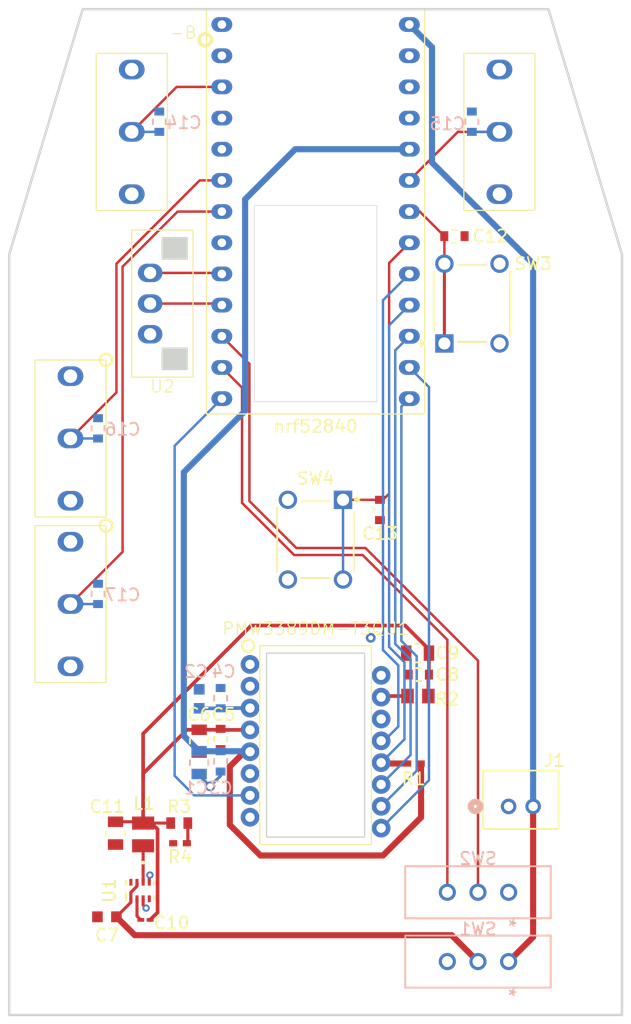
<source format=kicad_pcb>
(kicad_pcb (version 20240108) (generator "pcbnew") (generator_version "8.0")
  (layers (0 "F.Cu" signal) (31 "B.Cu" signal) (34 "B.Paste" user) (35 "F.Paste" user) (36 "B.SilkS" user "B.Silkscreen") (37 "F.SilkS" user "F.Silkscreen") (38 "B.Mask" user) (39 "F.Mask" user) (44 "Edge.Cuts" user))
  (net 0 "")
  (net 1 "VCC 3.7V")
  (net 2 "Net-(U1-FB)")
  (net 3 "GND")
  (net 7 "MISO")
  (net 12 "Net-(PMW3389DM-T3QU1-LED1_P)")
  (net 13 "VDD 3.3V")
  (net 14 "Net-(PMW3389DM-T3QU1-VDDPIX)")
  (net 15 "VDD 1.9V")
  (net 16 "Net-(U1-SW)")
  (net 17 "Net-(R3-Pad2)")
  (net 22 "SCLK")
  (net 23 "BATT 3.7V")
  (net 24 "Left")
  (net 25 "Right")
  (net 26 "Thumb_1")
  (net 27 "Thumb_2")
  (net 28 "Scroll_Button")
  (net 29 "DPI_Button")
  (net 30 "NRESET")
  (net 31 "MOSI")
  (net 32 "NCS")
  (net 33 "MOTION")
  (net 34 "Encoder_A")
  (net 35 "Encoder_B")
  (net 36 "2.4 GHz")
  (net 41 "BlueTooth")
  (footprint "RC0402FR_07100KL:RC0402N_YAG" (layer "F.Cu") (at 103.9412 118 180)
    (property "Reference" "R4" (at 0 -1.1056 0) (layer "F.SilkS"))
    (property "Value" "100k")
    (pad "1" smd rect (at -0.5588 0 180) (size 0.6604 0.508) (layers "F.Cu" "F.Paste" "F.Mask") (net 17 "Net-(R3-Pad2)"))
    (pad "2" smd rect (at 0.5588 0 180) (size 0.6604 0.508) (layers "F.Cu" "F.Paste" "F.Mask") (net 3 "GND"))
  )
  (footprint "RC1005F103CS:RES_1005_SAM" (layer "F.Cu") (at 123.0528 111.5 180)
    (property "Reference" "R1" (at 0.0528 -1.25 0) (layer "F.SilkS"))
    (property "Value" "10k")
    (pad "1" smd rect (at -0.5528 0 180) (size 0.6056 0.5) (layers "F.Cu" "F.Paste" "F.Mask") (net 13 "VDD 3.3V"))
    (pad "2" smd rect (at 0.5528 0 180) (size 0.6056 0.5) (layers "F.Cu" "F.Paste" "F.Mask") (net 7 "MISO"))
  )
  (footprint "Kailh_Switch:Kailh_Switch" (layer "F.Cu") (at 95 85)
    (property "Reference" "Kailh_Switch3" (hide yes))
    (property "Value" "Thumb1")
    (fp_rect (start -2.9 -6.4) (end 2.9 6.4) (stroke (width 0.1)) (fill none) (layer "F.SilkS"))
    (pad "1" thru_hole oval (at 0 -5.08) (size 2.1 1.6) (drill 1.1) (layers "*.Cu" "*.Mask") (net 3 "GND"))
    (pad "2" thru_hole oval (at 0 0) (size 2.1 1.6) (drill 1.1) (layers "*.Cu" "*.Mask") (net 26 "Thumb_1"))
    (pad "3" thru_hole oval (at 0 5.08) (size 2.1 1.6) (drill 1.1) (layers "*.Cu" "*.Mask"))
  )
  (footprint "1825910-6:SW4_1825910-B_TEC" (layer "F.Cu") (at 130.0106 70.75 90)
    (property "Reference" "SW3" (at 0 2.7394 0) (layer "F.SilkS"))
    (property "Value" "Scroll_Button")
    (fp_line (start -0.63764 -5.374201) (end -5.442292 -5.374201) (stroke (width 0.1524)) (layer "F.SilkS"))
    (fp_line (start -6.3742 -3.417961) (end -6.3742 -1.074702) (stroke (width 0.1524)) (layer "F.SilkS"))
    (fp_line (start -0.1258 -1.074702) (end -0.1258 -3.425299) (stroke (width 0.1524)) (layer "F.SilkS"))
    (fp_line (start -5.86236 0.874199) (end -0.63764 0.874199) (stroke (width 0.1524)) (layer "F.SilkS"))
    (fp_text user "*" (at -6.5 -6.011301 90) (layer "F.SilkS"))
    (fp_text user "*" (at -6.5 -6.011301 90) (layer "F.SilkS"))
    (pad "1" thru_hole rect (at -6.500001 -4.500001 90) (size 1.4986 1.4986) (drill 0.9906) (layers "*.Cu" "*.Mask") (net 28 "Scroll_Button"))
    (pad "2" thru_hole circle (at 0 -4.500001 90) (size 1.4986 1.4986) (drill 0.9906) (layers "*.Cu" "*.Mask") (net 28 "Scroll_Button"))
    (pad "3" thru_hole circle (at -6.500001 0 90) (size 1.4986 1.4986) (drill 0.9906) (layers "*.Cu" "*.Mask") (net 3 "GND"))
    (pad "4" thru_hole circle (at 0 0 90) (size 1.4986 1.4986) (drill 0.9906) (layers "*.Cu" "*.Mask") (net 3 "GND"))
  )
  (footprint "CL10A475KP8NNNC:CAP_0603_CL10A_1P6XP8_SAM" (layer "F.Cu") (at 97.9753 124 180)
    (property "Reference" "C7" (at 0 -1.5 0) (layer "F.SilkS"))
    (property "Value" "4.7uF")
    (pad "1" smd rect (at -0.7747 0 180) (size 0.8636 0.889) (layers "F.Cu" "F.Paste" "F.Mask") (net 1 "VCC 3.7V"))
    (pad "2" smd rect (at 0.7747 0 180) (size 0.8636 0.889) (layers "F.Cu" "F.Paste" "F.Mask") (net 3 "GND"))
  )
  (footprint "CL21A106KOQNNNE:CAP_CL21_SAM" (layer "F.Cu") (at 105.5 109.6778 -90)
    (property "Reference" "C6" (at -2.1778 0 0) (layer "F.SilkS"))
    (property "Value" "10uF")
    (fp_line (start -0.19245 0.752) (end 0.19245 0.752) (stroke (width 0.1524)) (layer "F.SilkS"))
    (fp_line (start 0.19245 -0.752) (end -0.19245 -0.752) (stroke (width 0.1524)) (layer "F.SilkS"))
    (pad "1" smd rect (at -0.9278 0 270) (size 0.8556 1.25) (layers "F.Cu" "F.Paste" "F.Mask") (net 15 "VDD 1.9V"))
    (pad "2" smd rect (at 0.9278 0 270) (size 0.8556 1.25) (layers "F.Cu" "F.Paste" "F.Mask") (net 3 "GND"))
  )
  (footprint "CL10B104KB8NNNC:CAP_CL10_SAM" (layer "F.Cu") (at 123.4222 104.25 180)
    (property "Reference" "C8" (at -2.3278 0 0) (layer "F.SilkS"))
    (property "Value" "0.1uF")
    (fp_line (start 0.19245 -0.527) (end -0.19245 -0.527) (stroke (width 0.1524)) (layer "F.SilkS"))
    (fp_line (start -0.19245 0.527) (end 0.19245 0.527) (stroke (width 0.1524)) (layer "F.SilkS"))
    (pad "1" smd rect (at -0.8278 0 180) (size 0.6556 0.8) (layers "F.Cu" "F.Paste" "F.Mask") (net 15 "VDD 1.9V"))
    (pad "2" smd rect (at 0.8278 0 180) (size 0.6556 0.8) (layers "F.Cu" "F.Paste" "F.Mask") (net 3 "GND"))
  )
  (footprint "CL10B104KB8NNNC:CAP_CL10_SAM" (layer "F.Cu") (at 120.25 90.8278 -90)
    (property "Reference" "C13" (at 1.9222 0 0) (layer "F.SilkS"))
    (property "Value" "0.1uF")
    (fp_line (start -0.19245 0.527) (end 0.19245 0.527) (stroke (width 0.1524)) (layer "F.SilkS"))
    (fp_line (start 0.19245 -0.527) (end -0.19245 -0.527) (stroke (width 0.1524)) (layer "F.SilkS"))
    (pad "1" smd rect (at -0.8278 0 270) (size 0.6556 0.8) (layers "F.Cu" "F.Paste" "F.Mask") (net 29 "DPI_Button"))
    (pad "2" smd rect (at 0.8278 0 270) (size 0.6556 0.8) (layers "F.Cu" "F.Paste" "F.Mask") (net 3 "GND"))
  )
  (footprint "B2B-PH-K-S:CONN2_B2B-PH-K-S_JST" (layer "F.Cu") (at 130.749999 115 180)
    (property "Reference" "J1" (at -3.750001 3.75 0) (layer "F.SilkS"))
    (property "Value" "B2B-PH-K-S")
    (fp_circle (center 2.7084 0) (end 3.0894 0) (stroke (width 0.508)) (fill none) (layer "B.SilkS"))
    (fp_line (start 2.0734 2.922801) (end 2.0734 -1.827) (stroke (width 0.1524)) (layer "F.SilkS"))
    (fp_line (start 2.0734 -1.827) (end -4.0734 -1.827) (stroke (width 0.1524)) (layer "F.SilkS"))
    (fp_line (start -4.0734 2.922801) (end 2.0734 2.922801) (stroke (width 0.1524)) (layer "F.SilkS"))
    (fp_line (start -4.0734 -1.827) (end -4.0734 2.922801) (stroke (width 0.1524)) (layer "F.SilkS"))
    (fp_circle (center 2.7084 0) (end 3.0894 0) (stroke (width 0.508)) (fill none) (layer "F.SilkS"))
    (pad "1" thru_hole circle (at 0 0 180) (size 1.27 1.27) (drill 0.762) (layers "*.Cu" "*.Mask") (net 3 "GND"))
    (pad "2" thru_hole circle (at -2.000001 0 180) (size 1.27 1.27) (drill 0.762) (layers "*.Cu" "*.Mask") (net 23 "BATT 3.7V"))
  )
  (footprint "TTC_Gold_Encoder:TTC_Gold_Encoder" (layer "F.Cu") (at 101.5 74 -90)
    (property "Reference" "U2" (at 6.75 -1 0) (layer "F.SilkS") (effects (font (thickness 0.1))))
    (property "Value" "TTC_Gold_Encoder")
    (fp_rect (start -6 -3.5) (end 6 1.5) (stroke (width 0.1)) (fill none) (layer "F.SilkS"))
    (fp_rect (start -5.4 -3.05) (end -3.6 -0.95) (stroke (width 0.05)) (fill solid) (layer "Edge.Cuts"))
    (fp_rect (start 5.4 -3.05) (end 3.6 -0.95) (stroke (width 0.05)) (fill solid) (layer "Edge.Cuts"))
    (pad "1" thru_hole oval (at -2.5 0 270) (size 1.5 2) (drill 1) (layers "*.Cu" "*.Mask") (net 34 "Encoder_A"))
    (pad "2" thru_hole oval (at 0 0 270) (size 1.5 2) (drill 1) (layers "*.Cu" "*.Mask") (net 35 "Encoder_B"))
    (pad "3" thru_hole oval (at 2.5 0 270) (size 1.5 2) (drill 1) (layers "*.Cu" "*.Mask") (net 3 "GND"))
  )
  (footprint "nrf52840_promicro:nrf52840_promicro" (layer "F.Cu") (at 115 66.5)
    (property "Reference" "NRF52840_ProMicro1")
    (property "Value" "nrf52840" (at 0 17.5 0) (layer "F.SilkS"))
    (fp_line (start -8.9 -16.5) (end -8.9 16.5) (stroke (width 0.1)) (layer "F.SilkS"))
    (fp_line (start -8.9 -16.5) (end 8.9 -16.5) (stroke (width 0.1)) (layer "F.SilkS"))
    (fp_line (start -8.9 16.5) (end 8.9 16.5) (stroke (width 0.1)) (layer "F.SilkS"))
    (fp_line (start 8.9 -16.5) (end 8.9 16.5) (stroke (width 0.1)) (layer "F.SilkS"))
    (fp_circle (center -9 -14) (end -9.5 -14) (stroke (width 0.3)) (fill none) (layer "F.SilkS"))
    (fp_text user "-B" (at -12 -14 0) (layer "F.SilkS") (effects (font (thickness 0.1)) (justify left bottom)))
    (pad "1" thru_hole oval (at -7.65 -15.25) (size 1.7 1.2) (drill 0.7) (layers "*.Cu" "*.Mask") (net 3 "GND"))
    (pad "2" thru_hole oval (at -7.65 -12.708334) (size 1.7 1.2) (drill 0.7) (layers "*.Cu" "*.Mask"))
    (pad "3" thru_hole oval (at -7.65 -10.166668) (size 1.7 1.2) (drill 0.7) (layers "*.Cu" "*.Mask") (net 24 "Left"))
    (pad "4" thru_hole oval (at -7.65 -7.625002) (size 1.7 1.2) (drill 0.7) (layers "*.Cu" "*.Mask"))
    (pad "5" thru_hole oval (at -7.65 -5.083336) (size 1.7 1.2) (drill 0.7) (layers "*.Cu" "*.Mask"))
    (pad "6" thru_hole oval (at -7.65 -2.54167) (size 1.7 1.2) (drill 0.7) (layers "*.Cu" "*.Mask") (net 26 "Thumb_1"))
    (pad "7" thru_hole oval (at -7.65 -0.000004) (size 1.7 1.2) (drill 0.7) (layers "*.Cu" "*.Mask") (net 27 "Thumb_2"))
    (pad "8" thru_hole oval (at -7.65 2.541662) (size 1.7 1.2) (drill 0.7) (layers "*.Cu" "*.Mask"))
    (pad "9" thru_hole oval (at -7.65 5.083328) (size 1.7 1.2) (drill 0.7) (layers "*.Cu" "*.Mask") (net 34 "Encoder_A"))
    (pad "10" thru_hole oval (at -7.65 7.624994) (size 1.7 1.2) (drill 0.7) (layers "*.Cu" "*.Mask") (net 35 "Encoder_B"))
    (pad "11" thru_hole oval (at -7.65 10.16666) (size 1.7 1.2) (drill 0.7) (layers "*.Cu" "*.Mask") (net 36 "2.4 GHz"))
    (pad "12" thru_hole oval (at -7.65 12.708326) (size 1.7 1.2) (drill 0.7) (layers "*.Cu" "*.Mask") (net 41 "BlueTooth"))
    (pad "13" thru_hole oval (at -7.65 15.25) (size 1.7 1.2) (drill 0.7) (layers "*.Cu" "*.Mask") (net 30 "NRESET"))
    (pad "14" thru_hole oval (at 7.65 15.25) (size 1.7 1.2) (drill 0.7) (layers "*.Cu" "*.Mask") (net 22 "SCLK"))
    (pad "15" thru_hole oval (at 7.65 12.708326) (size 1.7 1.2) (drill 0.7) (layers "*.Cu" "*.Mask") (net 33 "MOTION"))
    (pad "16" thru_hole oval (at 7.65 10.16666) (size 1.7 1.2) (drill 0.7) (layers "*.Cu" "*.Mask") (net 31 "MOSI"))
    (pad "17" thru_hole oval (at 7.65 7.624994) (size 1.7 1.2) (drill 0.7) (layers "*.Cu" "*.Mask") (net 7 "MISO"))
    (pad "18" thru_hole oval (at 7.65 5.083328) (size 1.7 1.2) (drill 0.7) (layers "*.Cu" "*.Mask") (net 32 "NCS"))
    (pad "19" thru_hole oval (at 7.65 2.541662) (size 1.7 1.2) (drill 0.7) (layers "*.Cu" "*.Mask") (net 29 "DPI_Button"))
    (pad "20" thru_hole oval (at 7.65 -0.000004) (size 1.7 1.2) (drill 0.7) (layers "*.Cu" "*.Mask") (net 28 "Scroll_Button"))
    (pad "21" thru_hole oval (at 7.65 -2.54167) (size 1.7 1.2) (drill 0.7) (layers "*.Cu" "*.Mask") (net 25 "Right"))
    (pad "22" thru_hole oval (at 7.65 -5.083336) (size 1.7 1.2) (drill 0.7) (layers "*.Cu" "*.Mask") (net 13 "VDD 3.3V"))
    (pad "23" thru_hole oval (at 7.65 -7.625002) (size 1.7 1.2) (drill 0.7) (layers "*.Cu" "*.Mask"))
    (pad "24" thru_hole oval (at 7.65 -10.166668) (size 1.7 1.2) (drill 0.7) (layers "*.Cu" "*.Mask") (net 3 "GND"))
    (pad "25" thru_hole oval (at 7.65 -12.708334) (size 1.7 1.2) (drill 0.7) (layers "*.Cu" "*.Mask"))
    (pad "26" thru_hole oval (at 7.65 -15.25) (size 1.7 1.2) (drill 0.7) (layers "*.Cu" "*.Mask") (net 23 "BATT 3.7V"))
  )
  (footprint "pmw3389dm-t3qu:pmw3389dm-t3qu" (layer "F.Cu") (at 115 110)
    (property "Reference" "PMW3389DM-T3QU1" (at 0 -9.5 0) (layer "F.SilkS") (effects (font (thickness 0.1))))
    (property "Value" "pmw3389")
    (fp_rect (start -4.55 -8.1) (end 4.55 8.1) (stroke (width 0.1)) (fill none) (layer "F.SilkS"))
    (fp_circle (center -5.5 -8.1) (end -6 -8.1) (stroke (width 0.2)) (fill none) (layer "F.SilkS"))
    (fp_rect (start -4 -7.5) (end 4 7.5) (stroke (width 0.1)) (fill none) (layer "Edge.Cuts"))
    (pad "1" thru_hole circle (at -5.35 -6.58) (size 1.524 1.524) (drill 0.762) (layers "*.Cu" "*.Mask"))
    (pad "2" thru_hole circle (at -5.35 -4.8) (size 1.524 1.524) (drill 0.762) (layers "*.Cu" "*.Mask"))
    (pad "3" thru_hole circle (at -5.35 -3.02) (size 1.524 1.524) (drill 0.762) (layers "*.Cu" "*.Mask") (net 14 "Net-(PMW3389DM-T3QU1-VDDPIX)"))
    (pad "4" thru_hole circle (at -5.35 -1.24) (size 1.524 1.524) (drill 0.762) (layers "*.Cu" "*.Mask") (net 15 "VDD 1.9V"))
    (pad "5" thru_hole circle (at -5.35 0.54) (size 1.524 1.524) (drill 0.762) (layers "*.Cu" "*.Mask") (net 13 "VDD 3.3V"))
    (pad "6" thru_hole circle (at -5.35 2.32) (size 1.524 1.524) (drill 0.762) (layers "*.Cu" "*.Mask"))
    (pad "7" thru_hole circle (at -5.35 4.1) (size 1.524 1.524) (drill 0.762) (layers "*.Cu" "*.Mask") (net 30 "NRESET"))
    (pad "8" thru_hole circle (at -5.35 5.88) (size 1.524 1.524) (drill 0.762) (layers "*.Cu" "*.Mask") (net 3 "GND"))
    (pad "9" thru_hole circle (at 5.35 6.77) (size 1.524 1.524) (drill 0.762) (layers "*.Cu" "*.Mask") (net 33 "MOTION"))
    (pad "10" thru_hole circle (at 5.35 4.99) (size 1.524 1.524) (drill 0.762) (layers "*.Cu" "*.Mask") (net 22 "SCLK"))
    (pad "11" thru_hole circle (at 5.35 3.21) (size 1.524 1.524) (drill 0.762) (layers "*.Cu" "*.Mask") (net 31 "MOSI"))
    (pad "12" thru_hole circle (at 5.35 1.43) (size 1.524 1.524) (drill 0.762) (layers "*.Cu" "*.Mask") (net 7 "MISO"))
    (pad "13" thru_hole circle (at 5.35 -0.35) (size 1.524 1.524) (drill 0.762) (layers "*.Cu" "*.Mask") (net 32 "NCS"))
    (pad "14" thru_hole circle (at 5.35 -2.13) (size 1.524 1.524) (drill 0.762) (layers "*.Cu" "*.Mask"))
    (pad "15" thru_hole circle (at 5.35 -3.91) (size 1.524 1.524) (drill 0.762) (layers "*.Cu" "*.Mask") (net 12 "Net-(PMW3389DM-T3QU1-LED1_P)"))
    (pad "16" thru_hole circle (at 5.35 -5.69) (size 1.524 1.524) (drill 0.762) (layers "*.Cu" "*.Mask"))
  )
  (footprint "CL10B104KB8NNNC:CAP_CL10_SAM" (layer "F.Cu") (at 126.3278 68.5)
    (property "Reference" "C12" (at 2.9222 0 0) (layer "F.SilkS"))
    (property "Value" "0.1uF")
    (fp_line (start -0.19245 0.527) (end 0.19245 0.527) (stroke (width 0.1524)) (layer "F.SilkS"))
    (fp_line (start 0.19245 -0.527) (end -0.19245 -0.527) (stroke (width 0.1524)) (layer "F.SilkS"))
    (pad "1" smd rect (at -0.8278 0) (size 0.6556 0.8) (layers "F.Cu" "F.Paste" "F.Mask") (net 28 "Scroll_Button"))
    (pad "2" smd rect (at 0.8278 0) (size 0.6556 0.8) (layers "F.Cu" "F.Paste" "F.Mask") (net 3 "GND"))
  )
  (footprint "CL10B104KB8NNNC:CAP_CL10_SAM" (layer "F.Cu") (at 107.25 109.5 -90)
    (property "Reference" "C5" (at -2 -0.25 0) (layer "F.SilkS"))
    (property "Value" "0.1uF")
    (fp_line (start -0.19245 0.527) (end 0.19245 0.527) (stroke (width 0.1524)) (layer "F.SilkS"))
    (fp_line (start 0.19245 -0.527) (end -0.19245 -0.527) (stroke (width 0.1524)) (layer "F.SilkS"))
    (pad "1" smd rect (at -0.8278 0 270) (size 0.6556 0.8) (layers "F.Cu" "F.Paste" "F.Mask") (net 15 "VDD 1.9V"))
    (pad "2" smd rect (at 0.8278 0 270) (size 0.6556 0.8) (layers "F.Cu" "F.Paste" "F.Mask") (net 3 "GND"))
  )
  (footprint "GRM0335C1H121JA01D:G-033_MUR" (layer "F.Cu") (at 101.119 124.25 180)
    (property "Reference" "C10" (at -2.131 -0.25 0) (layer "F.SilkS"))
    (property "Value" "120pF")
    (pad "1" smd rect (at -0.381 0 180) (size 0.5588 0.3048) (layers "F.Cu" "F.Paste" "F.Mask") (net 15 "VDD 1.9V"))
    (pad "2" smd rect (at 0.381 0 180) (size 0.5588 0.3048) (layers "F.Cu" "F.Paste" "F.Mask") (net 2 "Net-(U1-FB)"))
  )
  (footprint "Kailh_Switch:Kailh_Switch" (layer "F.Cu") (at 130 60)
    (property "Reference" "Kailh_Switch2" (hide yes))
    (property "Value" "Right")
    (fp_rect (start -2.9 -6.4) (end 2.9 6.4) (stroke (width 0.1)) (fill none) (layer "F.SilkS"))
    (pad "1" thru_hole oval (at 0 -5.08) (size 2.1 1.6) (drill 1.1) (layers "*.Cu" "*.Mask") (net 3 "GND"))
    (pad "2" thru_hole oval (at 0 0) (size 2.1 1.6) (drill 1.1) (layers "*.Cu" "*.Mask") (net 25 "Right"))
    (pad "3" thru_hole oval (at 0 5.08) (size 2.1 1.6) (drill 1.1) (layers "*.Cu" "*.Mask"))
  )
  (footprint "TPS62821DLCR:TPS62821DLCR" (layer "F.Cu") (at 100.6778 121.8556 90)
    (property "Reference" "U1" (at 0 -2.5 90) (layer "F.SilkS"))
    (property "Value" "DLC0008A")
    (fp_line (start 0.499999 -1.15) (end 0.750001 -1.15) (stroke (width 0.2)) (layer "F.SilkS"))
    (fp_line (start -0.750001 -1.15) (end -0.25 -1.15) (stroke (width 0.2)) (layer "F.SilkS"))
    (fp_line (start 0.499999 1.15) (end 0.750001 1.15) (stroke (width 0.2)) (layer "F.SilkS"))
    (fp_line (start -0.725 1.15) (end -0.475 1.15) (stroke (width 0.2)) (layer "F.SilkS"))
    (pad "1" smd rect (at -0.675 -0.750001 90) (size 0.549999 0.249999) (layers "F.Cu" "F.Paste" "F.Mask") (net 1 "VCC 3.7V"))
    (pad "2" smd rect (at -0.675 -0.250002 90) (size 0.549999 0.249999) (layers "F.Cu" "F.Paste" "F.Mask") (net 2 "Net-(U1-FB)"))
    (pad "3" smd rect (at -0.675 0.25 90) (size 0.549999 0.249999) (layers "F.Cu" "F.Paste" "F.Mask") (net 3 "GND"))
    (pad "4" smd rect (at -0.675 0.749998 90) (size 0.549999 0.249999) (layers "F.Cu" "F.Paste" "F.Mask"))
    (pad "5" smd rect (at 0.675 0.749998 90) (size 0.549999 0.249999) (layers "F.Cu" "F.Paste" "F.Mask") (net 3 "GND"))
    (pad "6" smd rect (at 0.675 0.25 90) (size 0.549999 0.249999) (layers "F.Cu" "F.Paste" "F.Mask") (net 16 "Net-(U1-SW)"))
    (pad "7" smd rect (at 0.675 -0.250002 90) (size 0.549999 0.249999) (layers "F.Cu" "F.Paste" "F.Mask") (net 1 "VCC 3.7V"))
    (pad "8" smd rect (at 0.675 -0.750001 90) (size 0.549999 0.249999) (layers "F.Cu" "F.Paste" "F.Mask"))
  )
  (footprint "CIGT201610EHR47MNE:RES_CIGT201610" (layer "F.Cu") (at 100.9278 117.2827 90)
    (property "Reference" "L1" (at 2.5327 0.0722 0) (layer "F.SilkS"))
    (property "Value" "470nH")
    (fp_circle (center -2.2987 0) (end -2.2225 0) (stroke (width 0.1524)) (fill none) (layer "F.SilkS"))
    (pad "1" smd rect (at -0.9271 0 90) (size 1.0668 1.8034) (layers "F.Cu" "F.Paste" "F.Mask") (net 16 "Net-(U1-SW)"))
    (pad "2" smd rect (at 0.9271 0 90) (size 1.0668 1.8034) (layers "F.Cu" "F.Paste" "F.Mask") (net 15 "VDD 1.9V"))
  )
  (footprint "Kailh_Switch:Kailh_Switch" (layer "F.Cu") (at 100 60)
    (property "Reference" "Kailh_Switch1" (hide yes))
    (property "Value" "Left")
    (fp_rect (start -2.9 -6.4) (end 2.9 6.4) (stroke (width 0.1)) (fill none) (layer "F.SilkS"))
    (pad "1" thru_hole oval (at 0 -5.08) (size 2.1 1.6) (drill 1.1) (layers "*.Cu" "*.Mask") (net 3 "GND"))
    (pad "2" thru_hole oval (at 0 0) (size 2.1 1.6) (drill 1.1) (layers "*.Cu" "*.Mask") (net 24 "Left"))
    (pad "3" thru_hole oval (at 0 5.08) (size 2.1 1.6) (drill 1.1) (layers "*.Cu" "*.Mask"))
  )
  (footprint "CL21A106KOQNNNE:CAP_CL21_SAM" (layer "F.Cu") (at 98.6778 117.1778 -90)
    (property "Reference" "C11" (at -2.1778 0.6778 0) (layer "F.SilkS"))
    (property "Value" "10uF")
    (fp_line (start -0.19245 0.752) (end 0.19245 0.752) (stroke (width 0.1524)) (layer "F.SilkS"))
    (fp_line (start 0.19245 -0.752) (end -0.19245 -0.752) (stroke (width 0.1524)) (layer "F.SilkS"))
    (pad "1" smd rect (at -0.9278 0 270) (size 0.8556 1.25) (layers "F.Cu" "F.Paste" "F.Mask") (net 15 "VDD 1.9V"))
    (pad "2" smd rect (at 0.9278 0 270) (size 0.8556 1.25) (layers "F.Cu" "F.Paste" "F.Mask") (net 3 "GND"))
  )
  (footprint "CL21A106KOQNNNE:CAP_CL21_SAM" (layer "F.Cu") (at 123.3222 102.5 180)
    (property "Reference" "C9" (at -2.4278 0 0) (layer "F.SilkS"))
    (property "Value" "10uF")
    (fp_line (start 0.19245 -0.752) (end -0.19245 -0.752) (stroke (width 0.1524)) (layer "F.SilkS"))
    (fp_line (start -0.19245 0.752) (end 0.19245 0.752) (stroke (width 0.1524)) (layer "F.SilkS"))
    (pad "1" smd rect (at -0.9278 0 180) (size 0.8556 1.25) (layers "F.Cu" "F.Paste" "F.Mask") (net 15 "VDD 1.9V"))
    (pad "2" smd rect (at 0.9278 0 180) (size 0.8556 1.25) (layers "F.Cu" "F.Paste" "F.Mask") (net 3 "GND"))
  )
  (footprint "Kailh_Switch:Kailh_Switch" (layer "F.Cu") (at 95 98.5)
    (property "Reference" "Kailh_Switch4" (hide yes))
    (property "Value" "Thumb2")
    (fp_rect (start -2.9 -6.4) (end 2.9 6.4) (stroke (width 0.1)) (fill none) (layer "F.SilkS"))
    (pad "1" thru_hole oval (at 0 -5.08) (size 2.1 1.6) (drill 1.1) (layers "*.Cu" "*.Mask") (net 3 "GND"))
    (pad "2" thru_hole oval (at 0 0) (size 2.1 1.6) (drill 1.1) (layers "*.Cu" "*.Mask") (net 27 "Thumb_2"))
    (pad "3" thru_hole oval (at 0 5.08) (size 2.1 1.6) (drill 1.1) (layers "*.Cu" "*.Mask"))
  )
  (footprint "RMCF0603FT220K:STA_RMCF0603_STP" (layer "F.Cu") (at 103.8763 116.3556)
    (property "Reference" "R3" (at 0 -1.3556 0) (layer "F.SilkS"))
    (property "Value" "220k")
    (pad "1" smd rect (at -0.6985 0) (size 0.7112 0.9398) (layers "F.Cu" "F.Paste" "F.Mask") (net 15 "VDD 1.9V"))
    (pad "2" smd rect (at 0.6985 0) (size 0.7112 0.9398) (layers "F.Cu" "F.Paste" "F.Mask") (net 17 "Net-(R3-Pad2)"))
  )
  (footprint "RC0805FR_0713RL:RC0805N_YAG" (layer "F.Cu") (at 123.3509 106 180)
    (property "Reference" "R2" (at -2.3991 -0.25 0) (layer "F.SilkS"))
    (property "Value" "13")
    (pad "1" smd rect (at -0.8509 0 180) (size 1.016 1.1938) (layers "F.Cu" "F.Paste" "F.Mask") (net 15 "VDD 1.9V"))
    (pad "2" smd rect (at 0.8509 0 180) (size 1.016 1.1938) (layers "F.Cu" "F.Paste" "F.Mask") (net 12 "Net-(PMW3389DM-T3QU1-LED1_P)"))
  )
  (footprint "1825910-6:SW4_1825910-B_TEC" (layer "F.Cu") (at 112.7394 96.5 -90)
    (property "Reference" "SW4" (at -8.25 -2.2606 0) (layer "F.SilkS"))
    (property "Value" "DPI_Button")
    (fp_line (start -5.86236 0.874199) (end -0.63764 0.874199) (stroke (width 0.1524)) (layer "F.SilkS"))
    (fp_line (start -0.1258 -1.074702) (end -0.1258 -3.425299) (stroke (width 0.1524)) (layer "F.SilkS"))
    (fp_line (start -6.3742 -3.417961) (end -6.3742 -1.074702) (stroke (width 0.1524)) (layer "F.SilkS"))
    (fp_line (start -0.63764 -5.374201) (end -5.442292 -5.374201) (stroke (width 0.1524)) (layer "F.SilkS"))
    (fp_text user "*" (at -6.5 -6.011301 -90) (layer "F.SilkS"))
    (fp_text user "*" (at -6.5 -6.011301 -90) (layer "F.SilkS"))
    (pad "1" thru_hole rect (at -6.500001 -4.500001 270) (size 1.4986 1.4986) (drill 0.9906) (layers "*.Cu" "*.Mask") (net 29 "DPI_Button"))
    (pad "2" thru_hole circle (at 0 -4.500001 270) (size 1.4986 1.4986) (drill 0.9906) (layers "*.Cu" "*.Mask") (net 29 "DPI_Button"))
    (pad "3" thru_hole circle (at -6.500001 0 270) (size 1.4986 1.4986) (drill 0.9906) (layers "*.Cu" "*.Mask") (net 3 "GND"))
    (pad "4" thru_hole circle (at 0 0 270) (size 1.4986 1.4986) (drill 0.9906) (layers "*.Cu" "*.Mask") (net 3 "GND"))
  )
  (footprint "CL10B104KB8NNNC:CAP_CL10_SAM" (layer "B.Cu") (at 97.25 84.1722 90)
    (property "Reference" "C16" (at -0.0778 2 0) (layer "B.SilkS") (effects (justify mirror)))
    (property "Value" "0.1uF")
    (fp_line (start 0.19245 -0.527) (end -0.19245 -0.527) (stroke (width 0.1524)) (layer "B.SilkS"))
    (fp_line (start -0.19245 0.527) (end 0.19245 0.527) (stroke (width 0.1524)) (layer "B.SilkS"))
    (pad "1" smd rect (at -0.8278 0 90) (size 0.6556 0.8) (layers "B.Cu" "B.Paste" "B.Mask") (net 26 "Thumb_1"))
    (pad "2" smd rect (at 0.8278 0 90) (size 0.6556 0.8) (layers "B.Cu" "B.Paste" "B.Mask") (net 3 "GND"))
  )
  (footprint "CL10B104KB8NNNC:CAP_CL10_SAM" (layer "B.Cu") (at 127.75 59.1722 90)
    (property "Reference" "C15" (at -0.1722 -2 0) (layer "B.SilkS") (effects (justify mirror)))
    (property "Value" "0.1uF")
    (fp_line (start 0.19245 -0.527) (end -0.19245 -0.527) (stroke (width 0.1524)) (layer "B.SilkS"))
    (fp_line (start -0.19245 0.527) (end 0.19245 0.527) (stroke (width 0.1524)) (layer "B.SilkS"))
    (pad "1" smd rect (at -0.8278 0 90) (size 0.6556 0.8) (layers "B.Cu" "B.Paste" "B.Mask") (net 25 "Right"))
    (pad "2" smd rect (at 0.8278 0 90) (size 0.6556 0.8) (layers "B.Cu" "B.Paste" "B.Mask") (net 3 "GND"))
  )
  (footprint "CL10B104KB8NNNC:CAP_CL10_SAM" (layer "B.Cu") (at 107.25 111.3278 -90)
    (property "Reference" "C3" (at 2.1722 0 0) (layer "B.SilkS") (effects (justify mirror)))
    (property "Value" "0.1uF")
    (fp_line (start -0.19245 0.527) (end 0.19245 0.527) (stroke (width 0.1524)) (layer "B.SilkS"))
    (fp_line (start 0.19245 -0.527) (end -0.19245 -0.527) (stroke (width 0.1524)) (layer "B.SilkS"))
    (pad "1" smd rect (at -0.8278 0 270) (size 0.6556 0.8) (layers "B.Cu" "B.Paste" "B.Mask") (net 13 "VDD 3.3V"))
    (pad "2" smd rect (at 0.8278 0 270) (size 0.6556 0.8) (layers "B.Cu" "B.Paste" "B.Mask") (net 3 "GND"))
  )
  (footprint "EG1218:SW_1218_EWI" (layer "B.Cu") (at 128.25 122 90)
    (property "Reference" "SW2" (at 2.75 0 0) (layer "B.SilkS") (effects (justify mirror)))
    (property "Value" "Signal")
    (fp_line (start 2.1209 -5.9309) (end -2.1209 -5.9309) (stroke (width 0.1524)) (layer "B.SilkS"))
    (fp_line (start -2.1209 -5.9309) (end -2.1209 5.9309) (stroke (width 0.1524)) (layer "B.SilkS"))
    (fp_line (start 2.1209 5.9309) (end 2.1209 -5.9309) (stroke (width 0.1524)) (layer "B.SilkS"))
    (fp_line (start -2.1209 5.9309) (end 2.1209 5.9309) (stroke (width 0.1524)) (layer "B.SilkS"))
    (fp_text user "*" (at -2.5019 2.5 -90) (layer "B.SilkS") (effects (justify mirror)))
    (fp_text user "*" (at -2.5019 2.5 -90) (layer "B.SilkS") (effects (justify mirror)))
    (pad "1" thru_hole circle (at 0 2.5 90) (size 1.397 1.397) (drill 0.889) (layers "*.Cu" "*.Mask") (net 3 "GND"))
    (pad "2" thru_hole circle (at 0 0 90) (size 1.397 1.397) (drill 0.889) (layers "*.Cu" "*.Mask") (net 36 "2.4 GHz"))
    (pad "3" thru_hole circle (at 0 -2.5 90) (size 1.397 1.397) (drill 0.889) (layers "*.Cu" "*.Mask") (net 41 "BlueTooth"))
  )
  (footprint "CL10B104KB8NNNC:CAP_CL10_SAM" (layer "B.Cu") (at 97.25 97.6722 90)
    (property "Reference" "C17" (at -0.0778 2 0) (layer "B.SilkS") (effects (justify mirror)))
    (property "Value" "0.1uF")
    (fp_line (start 0.19245 -0.527) (end -0.19245 -0.527) (stroke (width 0.1524)) (layer "B.SilkS"))
    (fp_line (start -0.19245 0.527) (end 0.19245 0.527) (stroke (width 0.1524)) (layer "B.SilkS"))
    (pad "1" smd rect (at -0.8278 0 90) (size 0.6556 0.8) (layers "B.Cu" "B.Paste" "B.Mask") (net 27 "Thumb_2"))
    (pad "2" smd rect (at 0.8278 0 90) (size 0.6556 0.8) (layers "B.Cu" "B.Paste" "B.Mask") (net 3 "GND"))
  )
  (footprint "CL21A106KOQNNNE:CAP_CL21_SAM" (layer "B.Cu") (at 105.5 111.4278 -90)
    (property "Reference" "C1" (at 2.0722 0.25 0) (layer "B.SilkS") (effects (justify mirror)))
    (property "Value" "10uF")
    (fp_line (start -0.19245 0.752) (end 0.19245 0.752) (stroke (width 0.1524)) (layer "B.SilkS"))
    (fp_line (start 0.19245 -0.752) (end -0.19245 -0.752) (stroke (width 0.1524)) (layer "B.SilkS"))
    (pad "1" smd rect (at -0.9278 0 270) (size 0.8556 1.25) (layers "B.Cu" "B.Paste" "B.Mask") (net 13 "VDD 3.3V"))
    (pad "2" smd rect (at 0.9278 0 270) (size 0.8556 1.25) (layers "B.Cu" "B.Paste" "B.Mask") (net 3 "GND"))
  )
  (footprint "CL10A475KP8NNNC:CAP_0603_CL10A_1P6XP8_SAM" (layer "B.Cu") (at 105.5 106.2253 90)
    (property "Reference" "C2" (at 2.2253 -0.25 0) (layer "B.SilkS") (effects (justify mirror)))
    (property "Value" "4.7uF/10V")
    (pad "1" smd rect (at -0.7747 0 90) (size 0.8636 0.889) (layers "B.Cu" "B.Paste" "B.Mask") (net 14 "Net-(PMW3389DM-T3QU1-VDDPIX)"))
    (pad "2" smd rect (at 0.7747 0 90) (size 0.8636 0.889) (layers "B.Cu" "B.Paste" "B.Mask") (net 3 "GND"))
  )
  (footprint "CL10B104KB8NNNC:CAP_CL10_SAM" (layer "B.Cu") (at 102.25 59.1722 90)
    (property "Reference" "C14" (at -0.0778 2 0) (layer "B.SilkS") (effects (justify mirror)))
    (property "Value" "0.1uF")
    (fp_line (start 0.19245 -0.527) (end -0.19245 -0.527) (stroke (width 0.1524)) (layer "B.SilkS"))
    (fp_line (start -0.19245 0.527) (end 0.19245 0.527) (stroke (width 0.1524)) (layer "B.SilkS"))
    (pad "1" smd rect (at -0.8278 0 90) (size 0.6556 0.8) (layers "B.Cu" "B.Paste" "B.Mask") (net 24 "Left"))
    (pad "2" smd rect (at 0.8278 0 90) (size 0.6556 0.8) (layers "B.Cu" "B.Paste" "B.Mask") (net 3 "GND"))
  )
  (footprint "EG1218:SW_1218_EWI" (layer "B.Cu") (at 128.25 127.6482 90)
    (property "Reference" "SW1" (at 2.6482 0 0) (layer "B.SilkS") (effects (justify mirror)))
    (property "Value" "Power")
    (fp_line (start 2.1209 -5.9309) (end -2.1209 -5.9309) (stroke (width 0.1524)) (layer "B.SilkS"))
    (fp_line (start -2.1209 -5.9309) (end -2.1209 5.9309) (stroke (width 0.1524)) (layer "B.SilkS"))
    (fp_line (start 2.1209 5.9309) (end 2.1209 -5.9309) (stroke (width 0.1524)) (layer "B.SilkS"))
    (fp_line (start -2.1209 5.9309) (end 2.1209 5.9309) (stroke (width 0.1524)) (layer "B.SilkS"))
    (fp_text user "*" (at -2.5019 2.5 -90) (layer "B.SilkS") (effects (justify mirror)))
    (fp_text user "*" (at -2.5019 2.5 -90) (layer "B.SilkS") (effects (justify mirror)))
    (pad "1" thru_hole circle (at 0 2.5 90) (size 1.397 1.397) (drill 0.889) (layers "*.Cu" "*.Mask") (net 23 "BATT 3.7V"))
    (pad "2" thru_hole circle (at 0 0 90) (size 1.397 1.397) (drill 0.889) (layers "*.Cu" "*.Mask") (net 1 "VCC 3.7V"))
    (pad "3" thru_hole circle (at 0 -2.5 90) (size 1.397 1.397) (drill 0.889) (layers "*.Cu" "*.Mask"))
  )
  (footprint "CL10B104KB8NNNC:CAP_CL10_SAM" (layer "B.Cu") (at 107.25 106.1722 90)
    (property "Reference" "C4" (at 2.1722 0.25 0) (layer "B.SilkS") (effects (justify mirror)))
    (property "Value" "0.1uF")
    (fp_line (start 0.19245 -0.527) (end -0.19245 -0.527) (stroke (width 0.1524)) (layer "B.SilkS"))
    (fp_line (start -0.19245 0.527) (end 0.19245 0.527) (stroke (width 0.1524)) (layer "B.SilkS"))
    (pad "1" smd rect (at -0.8278 0 90) (size 0.6556 0.8) (layers "B.Cu" "B.Paste" "B.Mask") (net 14 "Net-(PMW3389DM-T3QU1-VDDPIX)"))
    (pad "2" smd rect (at 0.8278 0 90) (size 0.6556 0.8) (layers "B.Cu" "B.Paste" "B.Mask") (net 3 "GND"))
  )
  (gr_circle (center 97.9 92.1) (end 98.4 92.1) (stroke (width 0.2)) (fill none) (layer "F.SilkS"))
  (gr_circle (center 97.9 78.6) (end 98.4 78.6) (stroke (width 0.2)) (fill none) (layer "F.SilkS"))
  (gr_line (start 96 50) (end 134 50) (stroke (width 0.2)) (layer "Edge.Cuts"))
  (gr_line (start 134 50) (end 140 70) (stroke (width 0.2)) (layer "Edge.Cuts"))
  (gr_line (start 90 70) (end 96 50) (stroke (width 0.2)) (layer "Edge.Cuts"))
  (gr_rect (start 110 66) (end 120 82) (stroke (width 0.05)) (fill none) (layer "Edge.Cuts"))
  (gr_line (start 90 132) (end 140 132) (stroke (width 0.2)) (layer "Edge.Cuts"))
  (gr_line (start 140 70) (end 140 132) (stroke (width 0.2)) (layer "Edge.Cuts"))
  (gr_line (start 90 70) (end 90 132) (stroke (width 0.2)) (layer "Edge.Cuts"))
  (segment (start 99.927799 122.5306) (end 99.927799 122.822201) (width 0.25) (layer "F.Cu") (net 1))
  (segment (start 126.1018 125.5) (end 100.25 125.5) (width 0.5) (layer "F.Cu") (net 1))
  (segment (start 99.927799 122.5306) (end 99.927799 122.005601) (width 0.25) (layer "F.Cu") (net 1))
  (segment (start 100.25 125.5) (end 98.75 124) (width 0.5) (layer "F.Cu") (net 1))
  (segment (start 99.927799 122.822201) (end 98.75 124) (width 0.25) (layer "F.Cu") (net 1))
  (segment (start 100.427798 121.505602) (end 100.427798 121.1806) (width 0.25) (layer "F.Cu") (net 1))
  (segment (start 99.927799 122.005601) (end 100.427798 121.505602) (width 0.25) (layer "F.Cu") (net 1))
  (segment (start 128.25 127.6482) (end 126.1018 125.5) (width 0.5) (layer "F.Cu") (net 1))
  (segment (start 100.427798 123.939798) (end 100.427798 122.5306) (width 0.25) (layer "F.Cu") (net 2))
  (segment (start 100.738 124.25) (end 100.427798 123.939798) (width 0.25) (layer "F.Cu") (net 2))
  (segment (start 101.427798 121.1806) (end 101.427798 120.647883) (width 0.25) (layer "F.Cu") (net 3))
  (segment (start 101.427798 120.647883) (end 101.4798 120.595881) (width 0.25) (layer "F.Cu") (net 3))
  (segment (start 100.9278 122.5306) (end 100.9278 123.044173) (width 0.25) (layer "F.Cu") (net 3))
  (segment (start 100.9278 123.044173) (end 101.171747 123.28812) (width 0.25) (layer "F.Cu") (net 3))
  (via (at 106.3885 113.3615) (size 0.8) (drill 0.5) (layers "F.Cu" "B.Cu") (net 3))
  (via (at 101.4798 120.595881) (size 0.6) (drill 0.3) (layers "F.Cu" "B.Cu") (net 3))
  (via (at 101.171747 123.28812) (size 0.6) (drill 0.3) (layers "F.Cu" "B.Cu") (net 3))
  (via (at 119.5 101.25) (size 0.8) (drill 0.4) (layers "F.Cu" "B.Cu") (net 3))
  (segment (start 105.5 112.473) (end 105.5 112.3556) (width 0.25) (layer "B.Cu") (net 3))
  (segment (start 106.3885 113.3615) (end 105.5 112.473) (width 0.25) (layer "B.Cu") (net 3))
  (segment (start 107.25 112.5) (end 107.25 112.1556) (width 0.25) (layer "B.Cu") (net 3))
  (segment (start 106.3885 113.3615) (end 107.25 112.5) (width 0.25) (layer "B.Cu") (net 3))
  (segment (start 120.42 111.5) (end 120.35 111.43) (width 0.5) (layer "F.Cu") (net 7))
  (segment (start 122.5 111.5) (end 120.42 111.5) (width 0.5) (layer "F.Cu") (net 7))
  (segment (start 122.25 103.25) (end 121 102) (width 0.2) (layer "B.Cu") (net 7))
  (segment (start 120.35 111.43) (end 122.25 109.53) (width 0.2) (layer "B.Cu") (net 7))
  (segment (start 121 75.774994) (end 122.65 74.124994) (width 0.2) (layer "B.Cu") (net 7))
  (segment (start 121 102) (end 121 75.774994) (width 0.2) (layer "B.Cu") (net 7))
  (segment (start 122.25 109.53) (end 122.25 103.25) (width 0.2) (layer "B.Cu") (net 7))
  (segment (start 120.44 106) (end 120.35 106.09) (width 0.2) (layer "F.Cu") (net 12))
  (segment (start 122.5 106) (end 120.44 106) (width 0.3) (layer "F.Cu") (net 12))
  (segment (start 120.44 106) (end 120.35 106.09) (width 0.2) (layer "B.Cu") (net 12))
  (segment (start 109.65 110.54) (end 109.21 110.54) (width 0.5) (layer "F.Cu") (net 13))
  (segment (start 110.5 119) (end 120.5 119) (width 0.5) (layer "F.Cu") (net 13))
  (segment (start 120.5 119) (end 123.6056 115.8944) (width 0.5) (layer "F.Cu") (net 13))
  (segment (start 123.6056 115.8944) (end 123.6056 111.5) (width 0.5) (layer "F.Cu") (net 13))
  (segment (start 108 116.5) (end 110.5 119) (width 0.5) (layer "F.Cu") (net 13))
  (segment (start 109.21 110.54) (end 108 111.75) (width 0.5) (layer "F.Cu") (net 13))
  (segment (start 108 111.75) (end 108 116.5) (width 0.5) (layer "F.Cu") (net 13))
  (segment (start 113.333336 61.416664) (end 122.65 61.416664) (width 0.5) (layer "B.Cu") (net 13))
  (segment (start 104.25 109.25) (end 104.25 87.75) (width 0.5) (layer "B.Cu") (net 13))
  (segment (start 109.25 65.5) (end 113.333336 61.416664) (width 0.5) (layer "B.Cu") (net 13))
  (segment (start 107.25 110.5) (end 109.61 110.5) (width 0.5) (layer "B.Cu") (net 13))
  (segment (start 105.5 110.5) (end 107.25 110.5) (width 0.5) (layer "B.Cu") (net 13))
  (segment (start 109.61 110.5) (end 109.65 110.54) (width 0.5) (layer "B.Cu") (net 13))
  (segment (start 109.25 82.75) (end 109.25 65.5) (width 0.5) (layer "B.Cu") (net 13))
  (segment (start 105.5 110.5) (end 104.25 109.25) (width 0.5) (layer "B.Cu") (net 13))
  (segment (start 104.25 87.75) (end 109.25 82.75) (width 0.5) (layer "B.Cu") (net 13))
  (segment (start 107.25 107) (end 107.27 106.98) (width 0.3) (layer "B.Cu") (net 14))
  (segment (start 107.27 106.98) (end 109.65 106.98) (width 0.3) (layer "B.Cu") (net 14))
  (segment (start 105.5 107) (end 107.25 107) (width 0.3) (layer "B.Cu") (net 14))
  (segment (start 109.5622 108.6722) (end 109.65 108.76) (width 0.3) (layer "F.Cu") (net 15))
  (segment (start 124.25 102.5) (end 124.25 102.192268) (width 0.3) (layer "F.Cu") (net 15))
  (segment (start 100.9278 112.3222) (end 100.9278 112.75) (width 0.3) (layer "F.Cu") (net 15))
  (segment (start 105.5 108.75) (end 104.5 108.75) (width 0.3) (layer "F.Cu") (net 15))
  (segment (start 101.5 124.25) (end 102.1065 123.6435) (width 0.3) (layer "F.Cu") (net 15))
  (segment (start 104.5 108.75) (end 100.9278 112.3222) (width 0.3) (layer "F.Cu") (net 15))
  (segment (start 109.75 100.25) (end 100.9278 109.0722) (width 0.3) (layer "F.Cu") (net 15))
  (segment (start 100.9278 109.0722) (end 100.9278 112.75) (width 0.3) (layer "F.Cu") (net 15))
  (segment (start 109.65 108.76) (end 107.3378 108.76) (width 0.3) (layer "F.Cu") (net 15))
  (segment (start 102.1065 123.6435) (end 102.1065 116.8565) (width 0.3) (layer "F.Cu") (net 15))
  (segment (start 100.9278 116.3556) (end 103.1778 116.3556) (width 0.25) (layer "F.Cu") (net 15))
  (segment (start 100.9278 112.75) (end 100.9278 116.3556) (width 0.3) (layer "F.Cu") (net 15))
  (segment (start 124.25 102.5) (end 124.25 104.25) (width 0.3) (layer "F.Cu") (net 15))
  (segment (start 105.5 108.75) (end 107.1722 108.75) (width 0.3) (layer "F.Cu") (net 15))
  (segment (start 101.6056 116.3556) (end 100.9278 116.3556) (width 0.3) (layer "F.Cu") (net 15))
  (segment (start 102.1065 116.8565) (end 101.6056 116.3556) (width 0.3) (layer "F.Cu") (net 15))
  (segment (start 98.6778 116.25) (end 100.8222 116.25) (width 0.25) (layer "F.Cu") (net 15))
  (segment (start 107.3378 108.76) (end 107.25 108.6722) (width 0.3) (layer "F.Cu") (net 15))
  (segment (start 124.25 102.192268) (end 122.307732 100.25) (width 0.3) (layer "F.Cu") (net 15))
  (segment (start 122.307732 100.25) (end 109.75 100.25) (width 0.3) (layer "F.Cu") (net 15))
  (segment (start 124.2018 106) (end 124.2018 104.2982) (width 0.3) (layer "F.Cu") (net 15))
  (segment (start 100.8222 116.25) (end 100.9278 116.3556) (width 0.25) (layer "F.Cu") (net 15))
  (segment (start 124.2018 104.2982) (end 124.25 104.25) (width 0.3) (layer "F.Cu") (net 15))
  (segment (start 107.1722 108.75) (end 107.25 108.6722) (width 0.3) (layer "F.Cu") (net 15))
  (segment (start 100.9278 121.1806) (end 100.9278 118.2098) (width 0.25) (layer "F.Cu") (net 16))
  (segment (start 104.5748 117.9252) (end 104.5 118) (width 0.25) (layer "F.Cu") (net 17))
  (segment (start 104.5748 116.3556) (end 104.5748 117.9252) (width 0.25) (layer "F.Cu") (net 17))
  (segment (start 122 82.4) (end 122.65 81.75) (width 0.2) (layer "B.Cu") (net 22))
  (segment (start 123.25 102.75) (end 122 101.5) (width 0.2) (layer "B.Cu") (net 22))
  (segment (start 123.25 112.09) (end 123.25 102.75) (width 0.2) (layer "B.Cu") (net 22))
  (segment (start 122 101.5) (end 122 82.4) (width 0.2) (layer "B.Cu") (net 22))
  (segment (start 120.35 114.99) (end 123.25 112.09) (width 0.2) (layer "B.Cu") (net 22))
  (segment (start 130.75 127.6482) (end 132.75 125.6482) (width 0.5) (layer "F.Cu") (net 23))
  (segment (start 132.75 125.6482) (end 132.75 115) (width 0.5) (layer "F.Cu") (net 23))
  (segment (start 132.75 70.75) (end 124.5 62.5) (width 0.5) (layer "B.Cu") (net 23))
  (segment (start 124.5 53.1) (end 122.65 51.25) (width 0.5) (layer "B.Cu") (net 23))
  (segment (start 124.5 62.5) (end 124.5 53.1) (width 0.5) (layer "B.Cu") (net 23))
  (segment (start 132.75 115) (end 132.75 70.75) (width 0.5) (layer "B.Cu") (net 23))
  (segment (start 107.35 56.333332) (end 103.666668 56.333332) (width 0.2) (layer "F.Cu") (net 24))
  (segment (start 103.666668 56.333332) (end 100 60) (width 0.2) (layer "F.Cu") (net 24))
  (segment (start 102.25 60) (end 100 60) (width 0.2) (layer "B.Cu") (net 24))
  (segment (start 126.60833 60) (end 122.65 63.95833) (width 0.2) (layer "F.Cu") (net 25))
  (segment (start 130 60) (end 126.60833 60) (width 0.2) (layer "F.Cu") (net 25))
  (segment (start 127.75 60) (end 130 60) (width 0.2) (layer "B.Cu") (net 25))
  (segment (start 95 85) (end 98.75 81.25) (width 0.2) (layer "F.Cu") (net 26))
  (segment (start 98.75 81.25) (end 98.75 70.75) (width 0.2) (layer "F.Cu") (net 26))
  (segment (start 98.75 70.75) (end 105.54167 63.95833) (width 0.2) (layer "F.Cu") (net 26))
  (segment (start 105.54167 63.95833) (end 107.35 63.95833) (width 0.2) (layer "F.Cu") (net 26))
  (segment (start 97.25 85) (end 95 85) (width 0.2) (layer "B.Cu") (net 26))
  (segment (start 99.25 94.25) (end 95 98.5) (width 0.2) (layer "F.Cu") (net 27))
  (segment (start 99.25 70.992157) (end 99.25 94.25) (width 0.2) (layer "F.Cu") (net 27))
  (segment (start 107.35 66.499996) (end 103.742161 66.499996) (width 0.2) (layer "F.Cu") (net 27))
  (segment (start 103.742161 66.499996) (end 99.25 70.992157) (width 0.2) (layer "F.Cu") (net 27))
  (segment (start 97.25 98.5) (end 95 98.5) (width 0.2) (layer "B.Cu") (net 27))
  (segment (start 125.510599 70.75) (end 125.510599 68.510599) (width 0.2) (layer "F.Cu") (net 28))
  (segment (start 125.510599 68.510599) (end 125.5 68.5) (width 0.2) (layer "F.Cu") (net 28))
  (segment (start 125.5 68.5) (end 123.499996 66.499996) (width 0.2) (layer "F.Cu") (net 28))
  (segment (start 125.510599 77.250001) (end 125.510599 70.75) (width 0.25) (layer "F.Cu") (net 28))
  (segment (start 123.499996 66.499996) (end 122.65 66.499996) (width 0.2) (layer "F.Cu") (net 28))
  (segment (start 120.499999 89.999999) (end 120.5 90) (width 0.2) (layer "F.Cu") (net 29))
  (segment (start 120.5 90) (end 121 89.5) (width 0.2) (layer "F.Cu") (net 29))
  (segment (start 121 89.5) (end 121 70.691662) (width 0.2) (layer "F.Cu") (net 29))
  (segment (start 121 70.691662) (end 122.65 69.041662) (width 0.2) (layer "F.Cu") (net 29))
  (segment (start 117.239401 89.999999) (end 120.499999 89.999999) (width 0.2) (layer "F.Cu") (net 29))
  (segment (start 117.239401 89.999999) (end 117.239401 96.5) (width 0.2) (layer "B.Cu") (net 29))
  (segment (start 107.35 81.75) (end 103.5 85.6) (width 0.2) (layer "B.Cu") (net 30))
  (segment (start 103.5 112.5) (end 105.1 114.1) (width 0.2) (layer "B.Cu") (net 30))
  (segment (start 103.5 85.6) (end 103.5 112.5) (width 0.2) (layer "B.Cu") (net 30))
  (segment (start 105.1 114.1) (end 109.65 114.1) (width 0.2) (layer "B.Cu") (net 30))
  (segment (start 122.75 110.81) (end 122.75 103) (width 0.2) (layer "B.Cu") (net 31))
  (segment (start 122.75 103) (end 121.5 101.75) (width 0.2) (layer "B.Cu") (net 31))
  (segment (start 121.5 101.75) (end 121.5 77.81666) (width 0.2) (layer "B.Cu") (net 31))
  (segment (start 121.5 77.81666) (end 122.65 76.66666) (width 0.2) (layer "B.Cu") (net 31))
  (segment (start 120.35 113.21) (end 122.75 110.81) (width 0.2) (layer "B.Cu") (net 31))
  (segment (start 121.75 108.485947) (end 121.75 103.5) (width 0.2) (layer "B.Cu") (net 32))
  (segment (start 121.75 103.5) (end 120.5 102.25) (width 0.2) (layer "B.Cu") (net 32))
  (segment (start 120.585947 109.65) (end 121.75 108.485947) (width 0.2) (layer "B.Cu") (net 32))
  (segment (start 120.35 109.65) (end 120.585947 109.65) (width 0.2) (layer "B.Cu") (net 32))
  (segment (start 120.5 73.733328) (end 122.65 71.583328) (width 0.2) (layer "B.Cu") (net 32))
  (segment (start 120.5 102.25) (end 120.5 73.733328) (width 0.2) (layer "B.Cu") (net 32))
  (segment (start 124.25 112.87) (end 124.25 80.808326) (width 0.2) (layer "B.Cu") (net 33))
  (segment (start 124.25 80.808326) (end 122.65 79.208326) (width 0.2) (layer "B.Cu") (net 33))
  (segment (start 120.35 116.77) (end 124.25 112.87) (width 0.2) (layer "B.Cu") (net 33))
  (segment (start 107.266672 71.5) (end 107.35 71.583328) (width 0.2) (layer "F.Cu") (net 34))
  (segment (start 101.5 71.5) (end 107.266672 71.5) (width 0.2) (layer "F.Cu") (net 34))
  (segment (start 101.5 74) (end 107.225006 74) (width 0.2) (layer "F.Cu") (net 35))
  (segment (start 107.225006 74) (end 107.35 74.124994) (width 0.2) (layer "F.Cu") (net 35))
  (segment (start 128.25 103.109198) (end 119.070401 93.929599) (width 0.2) (layer "F.Cu") (net 36))
  (segment (start 109.6 78.91666) (end 107.35 76.66666) (width 0.2) (layer "F.Cu") (net 36))
  (segment (start 128.25 122) (end 128.25 103.109198) (width 0.2) (layer "F.Cu") (net 36))
  (segment (start 119.070401 93.929599) (end 113.429599 93.929599) (width 0.2) (layer "F.Cu") (net 36))
  (segment (start 113.429599 93.929599) (end 109.6 90.1) (width 0.2) (layer "F.Cu") (net 36))
  (segment (start 109.6 90.1) (end 109.6 78.91666) (width 0.2) (layer "F.Cu") (net 36))
  (segment (start 118.839177 94.5) (end 113.25 94.5) (width 0.2) (layer "F.Cu") (net 41))
  (segment (start 109 80.858326) (end 107.35 79.208326) (width 0.2) (layer "F.Cu") (net 41))
  (segment (start 113.25 94.5) (end 109 90.25) (width 0.2) (layer "F.Cu") (net 41))
  (segment (start 109 90.25) (end 109 80.858326) (width 0.2) (layer "F.Cu") (net 41))
  (segment (start 125.75 122) (end 125.75 101.410823) (width 0.2) (layer "F.Cu") (net 41))
  (segment (start 125.75 101.410823) (end 118.839177 94.5) (width 0.2) (layer "F.Cu") (net 41))
)
</source>
